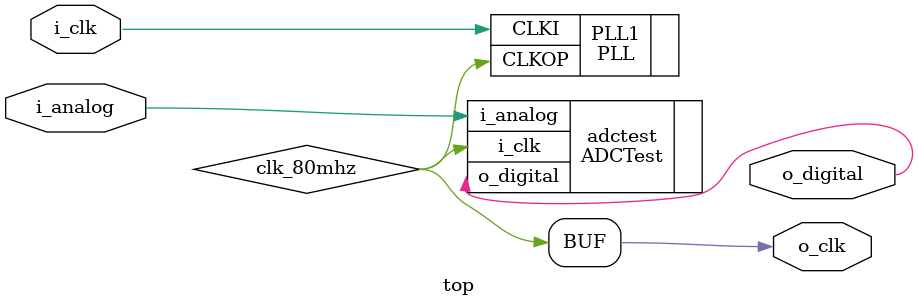
<source format=v>
module top (
    input wire i_clk,
    input wire i_analog,
    output wire o_digital,
	output wire o_clk

);

  wire clk_80mhz;
  assign o_clk = clk_80mhz;
  
  PLL PLL1 (
    .CLKI (i_clk),
    .CLKOP (clk_80mhz)
  );


  // Instantiate the ADCTest module
  ADCTest adctest (
    .i_clk(clk_80mhz),
    .i_analog(i_analog),
    .o_digital(o_digital)
  );
  
  

endmodule


</source>
